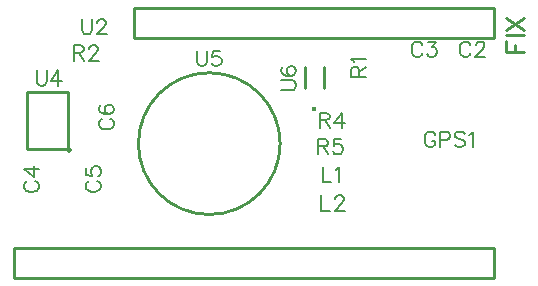
<source format=gbr>
G04 DipTrace 3.1.0.1*
G04 TopSilk.gbr*
%MOIN*%
G04 #@! TF.FileFunction,Legend,Top*
G04 #@! TF.Part,Single*
%ADD10C,0.009843*%
%ADD23C,0.01875*%
%ADD26C,0.015749*%
%ADD55C,0.00772*%
%ADD56C,0.009264*%
%FSLAX26Y26*%
G04*
G70*
G90*
G75*
G01*
G04 TopSilk*
%LPD*%
X2004652Y393699D2*
D10*
X404798D1*
Y493701D1*
X2004652D1*
Y393699D1*
X804779Y1293703D2*
X2004670D1*
Y1193701D1*
X804779D1*
Y1293703D1*
X584110Y823769D2*
X446605D1*
Y1011269D1*
X584110D1*
Y823769D1*
D23*
X587230Y820649D3*
X818504Y840551D2*
D10*
G02X818504Y840551I236220J0D01*
G01*
X1373226Y1025189D2*
Y1096068D1*
X1436221Y1025189D2*
Y1096068D1*
D26*
X1404723Y956299D3*
X1925407Y1168420D2*
D55*
X1923031Y1173173D1*
X1918222Y1177982D1*
X1913469Y1180358D1*
X1903907D1*
X1899099Y1177982D1*
X1894346Y1173173D1*
X1891914Y1168420D1*
X1889537Y1161235D1*
Y1149242D1*
X1891914Y1142112D1*
X1894346Y1137303D1*
X1899099Y1132550D1*
X1903907Y1130118D1*
X1913469D1*
X1918222Y1132550D1*
X1923031Y1137303D1*
X1925407Y1142112D1*
X1943278Y1168365D2*
Y1170742D1*
X1945655Y1175550D1*
X1948031Y1177927D1*
X1952840Y1180303D1*
X1962402D1*
X1967155Y1177927D1*
X1969531Y1175550D1*
X1971963Y1170742D1*
Y1165988D1*
X1969531Y1161180D1*
X1964778Y1154050D1*
X1940846Y1130118D1*
X1974340D1*
X1764729Y1168420D2*
X1762352Y1173173D1*
X1757544Y1177982D1*
X1752791Y1180358D1*
X1743229D1*
X1738420Y1177982D1*
X1733667Y1173173D1*
X1731235Y1168420D1*
X1728859Y1161235D1*
Y1149242D1*
X1731235Y1142112D1*
X1733667Y1137303D1*
X1738420Y1132550D1*
X1743229Y1130118D1*
X1752791D1*
X1757544Y1132550D1*
X1762352Y1137303D1*
X1764729Y1142112D1*
X1784976Y1180303D2*
X1811229D1*
X1796915Y1161180D1*
X1804100D1*
X1808853Y1158803D1*
X1811229Y1156427D1*
X1813661Y1149242D1*
Y1144489D1*
X1811229Y1137303D1*
X1806476Y1132495D1*
X1799291Y1130118D1*
X1792106D1*
X1784976Y1132495D1*
X1782600Y1134927D1*
X1780168Y1139680D1*
X448756Y715017D2*
X444003Y712640D1*
X439194Y707832D1*
X436818Y703079D1*
Y693517D1*
X439194Y688709D1*
X444003Y683955D1*
X448756Y681524D1*
X455941Y679147D1*
X467935D1*
X475064Y681524D1*
X479873Y683955D1*
X484626Y688709D1*
X487058Y693517D1*
Y703079D1*
X484626Y707832D1*
X479873Y712640D1*
X475064Y715017D1*
X487058Y754388D2*
X436873D1*
X470311Y730456D1*
Y766326D1*
X655004Y716205D2*
X650251Y713829D1*
X645442Y709020D1*
X643066Y704267D1*
Y694705D1*
X645442Y689897D1*
X650251Y685144D1*
X655004Y682712D1*
X662189Y680335D1*
X674183D1*
X681312Y682712D1*
X686121Y685144D1*
X690874Y689897D1*
X693306Y694705D1*
Y704267D1*
X690874Y709020D1*
X686121Y713829D1*
X681312Y716205D1*
X643121Y760329D2*
Y736453D1*
X664621Y734076D1*
X662244Y736453D1*
X659813Y743638D1*
Y750768D1*
X662244Y757953D1*
X666998Y762761D1*
X674183Y765138D1*
X678936D1*
X686121Y762761D1*
X690929Y757953D1*
X693306Y750768D1*
Y743638D1*
X690929Y736453D1*
X688497Y734076D1*
X683744Y731644D1*
X698755Y923670D2*
X694002Y921294D1*
X689193Y916485D1*
X686817Y911732D1*
Y902171D1*
X689193Y897362D1*
X694002Y892609D1*
X698755Y890177D1*
X705940Y887801D1*
X717933D1*
X725063Y890177D1*
X729871Y892609D1*
X734625Y897362D1*
X737057Y902171D1*
Y911732D1*
X734625Y916485D1*
X729872Y921294D1*
X725063Y923670D1*
X694002Y967795D2*
X689248Y965418D1*
X686872Y958233D1*
Y953480D1*
X689248Y946295D1*
X696433Y941486D1*
X708372Y939110D1*
X720310D1*
X729872Y941486D1*
X734680Y946295D1*
X737057Y953480D1*
Y955856D1*
X734680Y962986D1*
X729872Y967795D1*
X722686Y970171D1*
X720310D1*
X713125Y967795D1*
X708372Y962986D1*
X705995Y955856D1*
Y953480D1*
X708372Y946295D1*
X713125Y941486D1*
X720310Y939110D1*
X1808091Y868422D2*
X1805714Y873175D1*
X1800906Y877983D1*
X1796152Y880360D1*
X1786591D1*
X1781782Y877983D1*
X1777029Y873175D1*
X1774597Y868422D1*
X1772221Y861237D1*
Y849243D1*
X1774597Y842113D1*
X1777029Y837305D1*
X1781782Y832552D1*
X1786591Y830120D1*
X1796152D1*
X1800906Y832552D1*
X1805714Y837305D1*
X1808091Y842113D1*
Y849243D1*
X1796152D1*
X1823530Y854051D2*
X1845085D1*
X1852215Y856428D1*
X1854647Y858860D1*
X1857023Y863613D1*
Y870798D1*
X1854647Y875551D1*
X1852215Y877983D1*
X1845085Y880360D1*
X1823530D1*
Y830120D1*
X1905956Y873175D2*
X1901203Y877983D1*
X1894018Y880360D1*
X1884456D1*
X1877271Y877983D1*
X1872463Y873175D1*
Y868422D1*
X1874894Y863613D1*
X1877271Y861237D1*
X1882024Y858860D1*
X1896394Y854051D1*
X1901203Y851675D1*
X1903579Y849243D1*
X1905956Y844490D1*
Y837305D1*
X1901203Y832552D1*
X1894018Y830120D1*
X1884456D1*
X1877271Y832552D1*
X1872463Y837305D1*
X1921395Y870743D2*
X1926204Y873175D1*
X1933389Y880305D1*
Y830120D1*
X1432671Y761610D2*
Y711370D1*
X1461356D1*
X1476795Y751994D2*
X1481604Y754425D1*
X1488789Y761555D1*
Y711370D1*
X1428170Y667858D2*
Y617618D1*
X1456855D1*
X1474726Y655865D2*
Y658242D1*
X1477103Y663050D1*
X1479480Y665427D1*
X1484288Y667803D1*
X1493850D1*
X1498603Y665427D1*
X1500980Y663050D1*
X1503411Y658242D1*
Y653488D1*
X1500980Y648680D1*
X1496226Y641550D1*
X1472295Y617618D1*
X1505788D1*
X1552284Y1063238D2*
Y1084738D1*
X1549852Y1091923D1*
X1547475Y1094355D1*
X1542722Y1096731D1*
X1537914D1*
X1533160Y1094355D1*
X1530729Y1091923D1*
X1528352Y1084738D1*
Y1063238D1*
X1578592D1*
X1552284Y1079985D2*
X1578592Y1096731D1*
X1537969Y1112171D2*
X1535537Y1116979D1*
X1528407Y1124164D1*
X1578592D1*
X603226Y1143927D2*
X624725D1*
X631910Y1146359D1*
X634342Y1148735D1*
X636719Y1153488D1*
Y1158297D1*
X634342Y1163050D1*
X631910Y1165482D1*
X624725Y1167858D1*
X603226D1*
Y1117618D1*
X619972Y1143927D2*
X636719Y1117618D1*
X654590Y1155865D2*
Y1158242D1*
X656967Y1163050D1*
X659343Y1165427D1*
X664152Y1167803D1*
X673713D1*
X678466Y1165427D1*
X680843Y1163050D1*
X683275Y1158242D1*
Y1153488D1*
X680843Y1148680D1*
X676090Y1141550D1*
X652158Y1117618D1*
X685651D1*
X1422609Y918928D2*
X1444109D1*
X1451294Y921360D1*
X1453726Y923737D1*
X1456103Y928490D1*
Y933298D1*
X1453726Y938051D1*
X1451294Y940483D1*
X1444109Y942860D1*
X1422609D1*
Y892620D1*
X1439356Y918928D2*
X1456103Y892620D1*
X1495474D2*
Y942805D1*
X1471542Y909366D1*
X1507412D1*
X1417547Y831428D2*
X1439047D1*
X1446232Y833860D1*
X1448664Y836237D1*
X1451040Y840990D1*
Y845798D1*
X1448664Y850551D1*
X1446232Y852983D1*
X1439047Y855360D1*
X1417547D1*
Y805120D1*
X1434294Y831428D2*
X1451040Y805120D1*
X1495165Y855305D2*
X1471288D1*
X1468912Y833805D1*
X1471288Y836181D1*
X1478473Y838613D1*
X1485603D1*
X1492788Y836181D1*
X1497596Y831428D1*
X1499973Y824243D1*
Y819490D1*
X1497596Y812305D1*
X1492788Y807496D1*
X1485603Y805120D1*
X1478473D1*
X1471288Y807496D1*
X1468912Y809928D1*
X1466480Y814681D1*
X630046Y1255358D2*
Y1219489D1*
X632422Y1212303D1*
X637231Y1207550D1*
X644416Y1205118D1*
X649169D1*
X656354Y1207550D1*
X661163Y1212303D1*
X663539Y1219489D1*
Y1255358D1*
X681410Y1243365D2*
Y1245742D1*
X683787Y1250550D1*
X686163Y1252927D1*
X690972Y1255303D1*
X700533D1*
X705287Y1252927D1*
X707663Y1250550D1*
X710095Y1245742D1*
Y1240988D1*
X707663Y1236180D1*
X702910Y1229050D1*
X678978Y1205118D1*
X712472D1*
X479204Y1084492D2*
Y1048622D1*
X481581Y1041437D1*
X486389Y1036684D1*
X493574Y1034252D1*
X498327D1*
X505512Y1036684D1*
X510321Y1041437D1*
X512697Y1048622D1*
Y1084492D1*
X552068Y1034252D2*
Y1084437D1*
X528137Y1050999D1*
X564006D1*
X1013512Y1149995D2*
Y1114125D1*
X1015888Y1106940D1*
X1020697Y1102187D1*
X1027882Y1099755D1*
X1032635D1*
X1039820Y1102187D1*
X1044628Y1106940D1*
X1047005Y1114125D1*
Y1149995D1*
X1091129Y1149940D2*
X1067253D1*
X1064876Y1128440D1*
X1067253Y1130816D1*
X1074438Y1133248D1*
X1081568D1*
X1088753Y1130816D1*
X1093561Y1126063D1*
X1095938Y1118878D1*
Y1114125D1*
X1093561Y1106940D1*
X1088753Y1102132D1*
X1081568Y1099755D1*
X1074438D1*
X1067253Y1102132D1*
X1064876Y1104563D1*
X1062444Y1109317D1*
X1293752Y1018369D2*
X1329622D1*
X1336807Y1020746D1*
X1341560Y1025554D1*
X1343992Y1032739D1*
Y1037493D1*
X1341560Y1044678D1*
X1336807Y1049486D1*
X1329622Y1051863D1*
X1293752D1*
X1300937Y1095987D2*
X1296184Y1093610D1*
X1293808Y1086425D1*
Y1081672D1*
X1296184Y1074487D1*
X1303369Y1069679D1*
X1315307Y1067302D1*
X1327246D1*
X1336807Y1069679D1*
X1341616Y1074487D1*
X1343992Y1081672D1*
Y1084049D1*
X1341616Y1091178D1*
X1336807Y1095987D1*
X1329622Y1098363D1*
X1327246D1*
X1320061Y1095987D1*
X1315307Y1091178D1*
X1312931Y1084049D1*
Y1081672D1*
X1315307Y1074487D1*
X1320061Y1069679D1*
X1327246Y1067302D1*
X2043922Y1183609D2*
D56*
Y1146269D1*
X2104210D1*
X2072640D2*
Y1169216D1*
X2043922Y1202136D2*
X2104210D1*
X2043922Y1220663D2*
X2104210Y1260855D1*
X2043922D2*
X2104210Y1220663D1*
M02*

</source>
